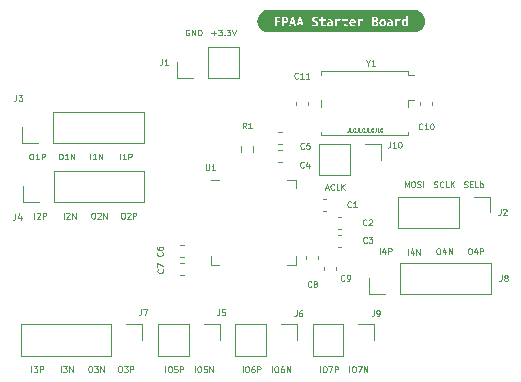
<source format=gbr>
%TF.GenerationSoftware,KiCad,Pcbnew,(6.0.0)*%
%TF.CreationDate,2022-03-17T17:23:03-06:00*%
%TF.ProjectId,FPAA_Starter_Board,46504141-5f53-4746-9172-7465725f426f,rev?*%
%TF.SameCoordinates,Original*%
%TF.FileFunction,Legend,Top*%
%TF.FilePolarity,Positive*%
%FSLAX46Y46*%
G04 Gerber Fmt 4.6, Leading zero omitted, Abs format (unit mm)*
G04 Created by KiCad (PCBNEW (6.0.0)) date 2022-03-17 17:23:03*
%MOMM*%
%LPD*%
G01*
G04 APERTURE LIST*
%ADD10C,0.100000*%
%ADD11C,0.075000*%
%ADD12C,0.120000*%
G04 APERTURE END LIST*
D10*
X129153571Y-105158333D02*
X129391666Y-105158333D01*
X129105952Y-105301190D02*
X129272619Y-104801190D01*
X129439285Y-105301190D01*
X129891666Y-105253571D02*
X129867857Y-105277380D01*
X129796428Y-105301190D01*
X129748809Y-105301190D01*
X129677380Y-105277380D01*
X129629761Y-105229761D01*
X129605952Y-105182142D01*
X129582142Y-105086904D01*
X129582142Y-105015476D01*
X129605952Y-104920238D01*
X129629761Y-104872619D01*
X129677380Y-104825000D01*
X129748809Y-104801190D01*
X129796428Y-104801190D01*
X129867857Y-104825000D01*
X129891666Y-104848809D01*
X130344047Y-105301190D02*
X130105952Y-105301190D01*
X130105952Y-104801190D01*
X130510714Y-105301190D02*
X130510714Y-104801190D01*
X130796428Y-105301190D02*
X130582142Y-105015476D01*
X130796428Y-104801190D02*
X130510714Y-105086904D01*
X141339285Y-110251190D02*
X141434523Y-110251190D01*
X141482142Y-110275000D01*
X141529761Y-110322619D01*
X141553571Y-110417857D01*
X141553571Y-110584523D01*
X141529761Y-110679761D01*
X141482142Y-110727380D01*
X141434523Y-110751190D01*
X141339285Y-110751190D01*
X141291666Y-110727380D01*
X141244047Y-110679761D01*
X141220238Y-110584523D01*
X141220238Y-110417857D01*
X141244047Y-110322619D01*
X141291666Y-110275000D01*
X141339285Y-110251190D01*
X141982142Y-110417857D02*
X141982142Y-110751190D01*
X141863095Y-110227380D02*
X141744047Y-110584523D01*
X142053571Y-110584523D01*
X142244047Y-110751190D02*
X142244047Y-110251190D01*
X142434523Y-110251190D01*
X142482142Y-110275000D01*
X142505952Y-110298809D01*
X142529761Y-110346428D01*
X142529761Y-110417857D01*
X142505952Y-110465476D01*
X142482142Y-110489285D01*
X142434523Y-110513095D01*
X142244047Y-110513095D01*
X111714285Y-120226190D02*
X111809523Y-120226190D01*
X111857142Y-120250000D01*
X111904761Y-120297619D01*
X111928571Y-120392857D01*
X111928571Y-120559523D01*
X111904761Y-120654761D01*
X111857142Y-120702380D01*
X111809523Y-120726190D01*
X111714285Y-120726190D01*
X111666666Y-120702380D01*
X111619047Y-120654761D01*
X111595238Y-120559523D01*
X111595238Y-120392857D01*
X111619047Y-120297619D01*
X111666666Y-120250000D01*
X111714285Y-120226190D01*
X112095238Y-120226190D02*
X112404761Y-120226190D01*
X112238095Y-120416666D01*
X112309523Y-120416666D01*
X112357142Y-120440476D01*
X112380952Y-120464285D01*
X112404761Y-120511904D01*
X112404761Y-120630952D01*
X112380952Y-120678571D01*
X112357142Y-120702380D01*
X112309523Y-120726190D01*
X112166666Y-120726190D01*
X112119047Y-120702380D01*
X112095238Y-120678571D01*
X112619047Y-120726190D02*
X112619047Y-120226190D01*
X112809523Y-120226190D01*
X112857142Y-120250000D01*
X112880952Y-120273809D01*
X112904761Y-120321428D01*
X112904761Y-120392857D01*
X112880952Y-120440476D01*
X112857142Y-120464285D01*
X112809523Y-120488095D01*
X112619047Y-120488095D01*
X131188095Y-120736190D02*
X131188095Y-120236190D01*
X131521428Y-120236190D02*
X131616666Y-120236190D01*
X131664285Y-120260000D01*
X131711904Y-120307619D01*
X131735714Y-120402857D01*
X131735714Y-120569523D01*
X131711904Y-120664761D01*
X131664285Y-120712380D01*
X131616666Y-120736190D01*
X131521428Y-120736190D01*
X131473809Y-120712380D01*
X131426190Y-120664761D01*
X131402380Y-120569523D01*
X131402380Y-120402857D01*
X131426190Y-120307619D01*
X131473809Y-120260000D01*
X131521428Y-120236190D01*
X131902380Y-120236190D02*
X132235714Y-120236190D01*
X132021428Y-120736190D01*
X132426190Y-120736190D02*
X132426190Y-120236190D01*
X132711904Y-120736190D01*
X132711904Y-120236190D01*
X128700000Y-120736190D02*
X128700000Y-120236190D01*
X129033333Y-120236190D02*
X129128571Y-120236190D01*
X129176190Y-120260000D01*
X129223809Y-120307619D01*
X129247619Y-120402857D01*
X129247619Y-120569523D01*
X129223809Y-120664761D01*
X129176190Y-120712380D01*
X129128571Y-120736190D01*
X129033333Y-120736190D01*
X128985714Y-120712380D01*
X128938095Y-120664761D01*
X128914285Y-120569523D01*
X128914285Y-120402857D01*
X128938095Y-120307619D01*
X128985714Y-120260000D01*
X129033333Y-120236190D01*
X129414285Y-120236190D02*
X129747619Y-120236190D01*
X129533333Y-120736190D01*
X129938095Y-120736190D02*
X129938095Y-120236190D01*
X130128571Y-120236190D01*
X130176190Y-120260000D01*
X130200000Y-120283809D01*
X130223809Y-120331428D01*
X130223809Y-120402857D01*
X130200000Y-120450476D01*
X130176190Y-120474285D01*
X130128571Y-120498095D01*
X129938095Y-120498095D01*
X109452380Y-107226190D02*
X109547619Y-107226190D01*
X109595238Y-107250000D01*
X109642857Y-107297619D01*
X109666666Y-107392857D01*
X109666666Y-107559523D01*
X109642857Y-107654761D01*
X109595238Y-107702380D01*
X109547619Y-107726190D01*
X109452380Y-107726190D01*
X109404761Y-107702380D01*
X109357142Y-107654761D01*
X109333333Y-107559523D01*
X109333333Y-107392857D01*
X109357142Y-107297619D01*
X109404761Y-107250000D01*
X109452380Y-107226190D01*
X109857142Y-107273809D02*
X109880952Y-107250000D01*
X109928571Y-107226190D01*
X110047619Y-107226190D01*
X110095238Y-107250000D01*
X110119047Y-107273809D01*
X110142857Y-107321428D01*
X110142857Y-107369047D01*
X110119047Y-107440476D01*
X109833333Y-107726190D01*
X110142857Y-107726190D01*
X110357142Y-107726190D02*
X110357142Y-107226190D01*
X110642857Y-107726190D01*
X110642857Y-107226190D01*
X136150000Y-110776190D02*
X136150000Y-110276190D01*
X136602380Y-110442857D02*
X136602380Y-110776190D01*
X136483333Y-110252380D02*
X136364285Y-110609523D01*
X136673809Y-110609523D01*
X136864285Y-110776190D02*
X136864285Y-110276190D01*
X137150000Y-110776190D01*
X137150000Y-110276190D01*
X109250000Y-102726190D02*
X109250000Y-102226190D01*
X109750000Y-102726190D02*
X109464285Y-102726190D01*
X109607142Y-102726190D02*
X109607142Y-102226190D01*
X109559523Y-102297619D01*
X109511904Y-102345238D01*
X109464285Y-102369047D01*
X109964285Y-102726190D02*
X109964285Y-102226190D01*
X110250000Y-102726190D01*
X110250000Y-102226190D01*
X138354761Y-105052380D02*
X138426190Y-105076190D01*
X138545238Y-105076190D01*
X138592857Y-105052380D01*
X138616666Y-105028571D01*
X138640476Y-104980952D01*
X138640476Y-104933333D01*
X138616666Y-104885714D01*
X138592857Y-104861904D01*
X138545238Y-104838095D01*
X138450000Y-104814285D01*
X138402380Y-104790476D01*
X138378571Y-104766666D01*
X138354761Y-104719047D01*
X138354761Y-104671428D01*
X138378571Y-104623809D01*
X138402380Y-104600000D01*
X138450000Y-104576190D01*
X138569047Y-104576190D01*
X138640476Y-104600000D01*
X139140476Y-105028571D02*
X139116666Y-105052380D01*
X139045238Y-105076190D01*
X138997619Y-105076190D01*
X138926190Y-105052380D01*
X138878571Y-105004761D01*
X138854761Y-104957142D01*
X138830952Y-104861904D01*
X138830952Y-104790476D01*
X138854761Y-104695238D01*
X138878571Y-104647619D01*
X138926190Y-104600000D01*
X138997619Y-104576190D01*
X139045238Y-104576190D01*
X139116666Y-104600000D01*
X139140476Y-104623809D01*
X139592857Y-105076190D02*
X139354761Y-105076190D01*
X139354761Y-104576190D01*
X139759523Y-105076190D02*
X139759523Y-104576190D01*
X140045238Y-105076190D02*
X139830952Y-104790476D01*
X140045238Y-104576190D02*
X139759523Y-104861904D01*
X138677380Y-110251190D02*
X138772619Y-110251190D01*
X138820238Y-110275000D01*
X138867857Y-110322619D01*
X138891666Y-110417857D01*
X138891666Y-110584523D01*
X138867857Y-110679761D01*
X138820238Y-110727380D01*
X138772619Y-110751190D01*
X138677380Y-110751190D01*
X138629761Y-110727380D01*
X138582142Y-110679761D01*
X138558333Y-110584523D01*
X138558333Y-110417857D01*
X138582142Y-110322619D01*
X138629761Y-110275000D01*
X138677380Y-110251190D01*
X139320238Y-110417857D02*
X139320238Y-110751190D01*
X139201190Y-110227380D02*
X139082142Y-110584523D01*
X139391666Y-110584523D01*
X139582142Y-110751190D02*
X139582142Y-110251190D01*
X139867857Y-110751190D01*
X139867857Y-110251190D01*
X107000000Y-107726190D02*
X107000000Y-107226190D01*
X107214285Y-107273809D02*
X107238095Y-107250000D01*
X107285714Y-107226190D01*
X107404761Y-107226190D01*
X107452380Y-107250000D01*
X107476190Y-107273809D01*
X107500000Y-107321428D01*
X107500000Y-107369047D01*
X107476190Y-107440476D01*
X107190476Y-107726190D01*
X107500000Y-107726190D01*
X107714285Y-107726190D02*
X107714285Y-107226190D01*
X108000000Y-107726190D01*
X108000000Y-107226190D01*
X135864285Y-105076190D02*
X135864285Y-104576190D01*
X136030952Y-104933333D01*
X136197619Y-104576190D01*
X136197619Y-105076190D01*
X136530952Y-104576190D02*
X136626190Y-104576190D01*
X136673809Y-104600000D01*
X136721428Y-104647619D01*
X136745238Y-104742857D01*
X136745238Y-104909523D01*
X136721428Y-105004761D01*
X136673809Y-105052380D01*
X136626190Y-105076190D01*
X136530952Y-105076190D01*
X136483333Y-105052380D01*
X136435714Y-105004761D01*
X136411904Y-104909523D01*
X136411904Y-104742857D01*
X136435714Y-104647619D01*
X136483333Y-104600000D01*
X136530952Y-104576190D01*
X136935714Y-105052380D02*
X137007142Y-105076190D01*
X137126190Y-105076190D01*
X137173809Y-105052380D01*
X137197619Y-105028571D01*
X137221428Y-104980952D01*
X137221428Y-104933333D01*
X137197619Y-104885714D01*
X137173809Y-104861904D01*
X137126190Y-104838095D01*
X137030952Y-104814285D01*
X136983333Y-104790476D01*
X136959523Y-104766666D01*
X136935714Y-104719047D01*
X136935714Y-104671428D01*
X136959523Y-104623809D01*
X136983333Y-104600000D01*
X137030952Y-104576190D01*
X137150000Y-104576190D01*
X137221428Y-104600000D01*
X137435714Y-105076190D02*
X137435714Y-104576190D01*
X104214285Y-102226190D02*
X104309523Y-102226190D01*
X104357142Y-102250000D01*
X104404761Y-102297619D01*
X104428571Y-102392857D01*
X104428571Y-102559523D01*
X104404761Y-102654761D01*
X104357142Y-102702380D01*
X104309523Y-102726190D01*
X104214285Y-102726190D01*
X104166666Y-102702380D01*
X104119047Y-102654761D01*
X104095238Y-102559523D01*
X104095238Y-102392857D01*
X104119047Y-102297619D01*
X104166666Y-102250000D01*
X104214285Y-102226190D01*
X104904761Y-102726190D02*
X104619047Y-102726190D01*
X104761904Y-102726190D02*
X104761904Y-102226190D01*
X104714285Y-102297619D01*
X104666666Y-102345238D01*
X104619047Y-102369047D01*
X105119047Y-102726190D02*
X105119047Y-102226190D01*
X105309523Y-102226190D01*
X105357142Y-102250000D01*
X105380952Y-102273809D01*
X105404761Y-102321428D01*
X105404761Y-102392857D01*
X105380952Y-102440476D01*
X105357142Y-102464285D01*
X105309523Y-102488095D01*
X105119047Y-102488095D01*
X115610000Y-120736190D02*
X115610000Y-120236190D01*
X115943333Y-120236190D02*
X116038571Y-120236190D01*
X116086190Y-120260000D01*
X116133809Y-120307619D01*
X116157619Y-120402857D01*
X116157619Y-120569523D01*
X116133809Y-120664761D01*
X116086190Y-120712380D01*
X116038571Y-120736190D01*
X115943333Y-120736190D01*
X115895714Y-120712380D01*
X115848095Y-120664761D01*
X115824285Y-120569523D01*
X115824285Y-120402857D01*
X115848095Y-120307619D01*
X115895714Y-120260000D01*
X115943333Y-120236190D01*
X116610000Y-120236190D02*
X116371904Y-120236190D01*
X116348095Y-120474285D01*
X116371904Y-120450476D01*
X116419523Y-120426666D01*
X116538571Y-120426666D01*
X116586190Y-120450476D01*
X116610000Y-120474285D01*
X116633809Y-120521904D01*
X116633809Y-120640952D01*
X116610000Y-120688571D01*
X116586190Y-120712380D01*
X116538571Y-120736190D01*
X116419523Y-120736190D01*
X116371904Y-120712380D01*
X116348095Y-120688571D01*
X116848095Y-120736190D02*
X116848095Y-120236190D01*
X117038571Y-120236190D01*
X117086190Y-120260000D01*
X117110000Y-120283809D01*
X117133809Y-120331428D01*
X117133809Y-120402857D01*
X117110000Y-120450476D01*
X117086190Y-120474285D01*
X117038571Y-120498095D01*
X116848095Y-120498095D01*
X118098095Y-120736190D02*
X118098095Y-120236190D01*
X118431428Y-120236190D02*
X118526666Y-120236190D01*
X118574285Y-120260000D01*
X118621904Y-120307619D01*
X118645714Y-120402857D01*
X118645714Y-120569523D01*
X118621904Y-120664761D01*
X118574285Y-120712380D01*
X118526666Y-120736190D01*
X118431428Y-120736190D01*
X118383809Y-120712380D01*
X118336190Y-120664761D01*
X118312380Y-120569523D01*
X118312380Y-120402857D01*
X118336190Y-120307619D01*
X118383809Y-120260000D01*
X118431428Y-120236190D01*
X119098095Y-120236190D02*
X118860000Y-120236190D01*
X118836190Y-120474285D01*
X118860000Y-120450476D01*
X118907619Y-120426666D01*
X119026666Y-120426666D01*
X119074285Y-120450476D01*
X119098095Y-120474285D01*
X119121904Y-120521904D01*
X119121904Y-120640952D01*
X119098095Y-120688571D01*
X119074285Y-120712380D01*
X119026666Y-120736190D01*
X118907619Y-120736190D01*
X118860000Y-120712380D01*
X118836190Y-120688571D01*
X119336190Y-120736190D02*
X119336190Y-120236190D01*
X119621904Y-120736190D01*
X119621904Y-120236190D01*
X106750000Y-120726190D02*
X106750000Y-120226190D01*
X106940476Y-120226190D02*
X107250000Y-120226190D01*
X107083333Y-120416666D01*
X107154761Y-120416666D01*
X107202380Y-120440476D01*
X107226190Y-120464285D01*
X107250000Y-120511904D01*
X107250000Y-120630952D01*
X107226190Y-120678571D01*
X107202380Y-120702380D01*
X107154761Y-120726190D01*
X107011904Y-120726190D01*
X106964285Y-120702380D01*
X106940476Y-120678571D01*
X107464285Y-120726190D02*
X107464285Y-120226190D01*
X107750000Y-120726190D01*
X107750000Y-120226190D01*
X122140000Y-120746190D02*
X122140000Y-120246190D01*
X122473333Y-120246190D02*
X122568571Y-120246190D01*
X122616190Y-120270000D01*
X122663809Y-120317619D01*
X122687619Y-120412857D01*
X122687619Y-120579523D01*
X122663809Y-120674761D01*
X122616190Y-120722380D01*
X122568571Y-120746190D01*
X122473333Y-120746190D01*
X122425714Y-120722380D01*
X122378095Y-120674761D01*
X122354285Y-120579523D01*
X122354285Y-120412857D01*
X122378095Y-120317619D01*
X122425714Y-120270000D01*
X122473333Y-120246190D01*
X123116190Y-120246190D02*
X123020952Y-120246190D01*
X122973333Y-120270000D01*
X122949523Y-120293809D01*
X122901904Y-120365238D01*
X122878095Y-120460476D01*
X122878095Y-120650952D01*
X122901904Y-120698571D01*
X122925714Y-120722380D01*
X122973333Y-120746190D01*
X123068571Y-120746190D01*
X123116190Y-120722380D01*
X123140000Y-120698571D01*
X123163809Y-120650952D01*
X123163809Y-120531904D01*
X123140000Y-120484285D01*
X123116190Y-120460476D01*
X123068571Y-120436666D01*
X122973333Y-120436666D01*
X122925714Y-120460476D01*
X122901904Y-120484285D01*
X122878095Y-120531904D01*
X123378095Y-120746190D02*
X123378095Y-120246190D01*
X123568571Y-120246190D01*
X123616190Y-120270000D01*
X123640000Y-120293809D01*
X123663809Y-120341428D01*
X123663809Y-120412857D01*
X123640000Y-120460476D01*
X123616190Y-120484285D01*
X123568571Y-120508095D01*
X123378095Y-120508095D01*
X133761904Y-110751190D02*
X133761904Y-110251190D01*
X134214285Y-110417857D02*
X134214285Y-110751190D01*
X134095238Y-110227380D02*
X133976190Y-110584523D01*
X134285714Y-110584523D01*
X134476190Y-110751190D02*
X134476190Y-110251190D01*
X134666666Y-110251190D01*
X134714285Y-110275000D01*
X134738095Y-110298809D01*
X134761904Y-110346428D01*
X134761904Y-110417857D01*
X134738095Y-110465476D01*
X134714285Y-110489285D01*
X134666666Y-110513095D01*
X134476190Y-110513095D01*
X140902380Y-105052380D02*
X140973809Y-105076190D01*
X141092857Y-105076190D01*
X141140476Y-105052380D01*
X141164285Y-105028571D01*
X141188095Y-104980952D01*
X141188095Y-104933333D01*
X141164285Y-104885714D01*
X141140476Y-104861904D01*
X141092857Y-104838095D01*
X140997619Y-104814285D01*
X140950000Y-104790476D01*
X140926190Y-104766666D01*
X140902380Y-104719047D01*
X140902380Y-104671428D01*
X140926190Y-104623809D01*
X140950000Y-104600000D01*
X140997619Y-104576190D01*
X141116666Y-104576190D01*
X141188095Y-104600000D01*
X141402380Y-104814285D02*
X141569047Y-104814285D01*
X141640476Y-105076190D02*
X141402380Y-105076190D01*
X141402380Y-104576190D01*
X141640476Y-104576190D01*
X142092857Y-105076190D02*
X141854761Y-105076190D01*
X141854761Y-104576190D01*
X142259523Y-105076190D02*
X142259523Y-104576190D01*
X142259523Y-104766666D02*
X142307142Y-104742857D01*
X142402380Y-104742857D01*
X142450000Y-104766666D01*
X142473809Y-104790476D01*
X142497619Y-104838095D01*
X142497619Y-104980952D01*
X142473809Y-105028571D01*
X142450000Y-105052380D01*
X142402380Y-105076190D01*
X142307142Y-105076190D01*
X142259523Y-105052380D01*
X104511904Y-107726190D02*
X104511904Y-107226190D01*
X104726190Y-107273809D02*
X104750000Y-107250000D01*
X104797619Y-107226190D01*
X104916666Y-107226190D01*
X104964285Y-107250000D01*
X104988095Y-107273809D01*
X105011904Y-107321428D01*
X105011904Y-107369047D01*
X104988095Y-107440476D01*
X104702380Y-107726190D01*
X105011904Y-107726190D01*
X105226190Y-107726190D02*
X105226190Y-107226190D01*
X105416666Y-107226190D01*
X105464285Y-107250000D01*
X105488095Y-107273809D01*
X105511904Y-107321428D01*
X105511904Y-107392857D01*
X105488095Y-107440476D01*
X105464285Y-107464285D01*
X105416666Y-107488095D01*
X105226190Y-107488095D01*
X119500000Y-92035714D02*
X119880952Y-92035714D01*
X119690476Y-92226190D02*
X119690476Y-91845238D01*
X120071428Y-91726190D02*
X120380952Y-91726190D01*
X120214285Y-91916666D01*
X120285714Y-91916666D01*
X120333333Y-91940476D01*
X120357142Y-91964285D01*
X120380952Y-92011904D01*
X120380952Y-92130952D01*
X120357142Y-92178571D01*
X120333333Y-92202380D01*
X120285714Y-92226190D01*
X120142857Y-92226190D01*
X120095238Y-92202380D01*
X120071428Y-92178571D01*
X120595238Y-92178571D02*
X120619047Y-92202380D01*
X120595238Y-92226190D01*
X120571428Y-92202380D01*
X120595238Y-92178571D01*
X120595238Y-92226190D01*
X120785714Y-91726190D02*
X121095238Y-91726190D01*
X120928571Y-91916666D01*
X121000000Y-91916666D01*
X121047619Y-91940476D01*
X121071428Y-91964285D01*
X121095238Y-92011904D01*
X121095238Y-92130952D01*
X121071428Y-92178571D01*
X121047619Y-92202380D01*
X121000000Y-92226190D01*
X120857142Y-92226190D01*
X120809523Y-92202380D01*
X120785714Y-92178571D01*
X121238095Y-91726190D02*
X121404761Y-92226190D01*
X121571428Y-91726190D01*
X124628095Y-120746190D02*
X124628095Y-120246190D01*
X124961428Y-120246190D02*
X125056666Y-120246190D01*
X125104285Y-120270000D01*
X125151904Y-120317619D01*
X125175714Y-120412857D01*
X125175714Y-120579523D01*
X125151904Y-120674761D01*
X125104285Y-120722380D01*
X125056666Y-120746190D01*
X124961428Y-120746190D01*
X124913809Y-120722380D01*
X124866190Y-120674761D01*
X124842380Y-120579523D01*
X124842380Y-120412857D01*
X124866190Y-120317619D01*
X124913809Y-120270000D01*
X124961428Y-120246190D01*
X125604285Y-120246190D02*
X125509047Y-120246190D01*
X125461428Y-120270000D01*
X125437619Y-120293809D01*
X125390000Y-120365238D01*
X125366190Y-120460476D01*
X125366190Y-120650952D01*
X125390000Y-120698571D01*
X125413809Y-120722380D01*
X125461428Y-120746190D01*
X125556666Y-120746190D01*
X125604285Y-120722380D01*
X125628095Y-120698571D01*
X125651904Y-120650952D01*
X125651904Y-120531904D01*
X125628095Y-120484285D01*
X125604285Y-120460476D01*
X125556666Y-120436666D01*
X125461428Y-120436666D01*
X125413809Y-120460476D01*
X125390000Y-120484285D01*
X125366190Y-120531904D01*
X125866190Y-120746190D02*
X125866190Y-120246190D01*
X126151904Y-120746190D01*
X126151904Y-120246190D01*
X117619047Y-91750000D02*
X117571428Y-91726190D01*
X117500000Y-91726190D01*
X117428571Y-91750000D01*
X117380952Y-91797619D01*
X117357142Y-91845238D01*
X117333333Y-91940476D01*
X117333333Y-92011904D01*
X117357142Y-92107142D01*
X117380952Y-92154761D01*
X117428571Y-92202380D01*
X117500000Y-92226190D01*
X117547619Y-92226190D01*
X117619047Y-92202380D01*
X117642857Y-92178571D01*
X117642857Y-92011904D01*
X117547619Y-92011904D01*
X117857142Y-92226190D02*
X117857142Y-91726190D01*
X118142857Y-92226190D01*
X118142857Y-91726190D01*
X118380952Y-92226190D02*
X118380952Y-91726190D01*
X118500000Y-91726190D01*
X118571428Y-91750000D01*
X118619047Y-91797619D01*
X118642857Y-91845238D01*
X118666666Y-91940476D01*
X118666666Y-92011904D01*
X118642857Y-92107142D01*
X118619047Y-92154761D01*
X118571428Y-92202380D01*
X118500000Y-92226190D01*
X118380952Y-92226190D01*
D11*
X131114285Y-100085714D02*
X131114285Y-100300000D01*
X131100000Y-100342857D01*
X131071428Y-100371428D01*
X131028571Y-100385714D01*
X131000000Y-100385714D01*
X131400000Y-100385714D02*
X131257142Y-100385714D01*
X131257142Y-100085714D01*
X131671428Y-100357142D02*
X131657142Y-100371428D01*
X131614285Y-100385714D01*
X131585714Y-100385714D01*
X131542857Y-100371428D01*
X131514285Y-100342857D01*
X131500000Y-100314285D01*
X131485714Y-100257142D01*
X131485714Y-100214285D01*
X131500000Y-100157142D01*
X131514285Y-100128571D01*
X131542857Y-100100000D01*
X131585714Y-100085714D01*
X131614285Y-100085714D01*
X131657142Y-100100000D01*
X131671428Y-100114285D01*
X131885714Y-100085714D02*
X131885714Y-100300000D01*
X131871428Y-100342857D01*
X131842857Y-100371428D01*
X131800000Y-100385714D01*
X131771428Y-100385714D01*
X132171428Y-100385714D02*
X132028571Y-100385714D01*
X132028571Y-100085714D01*
X132442857Y-100357142D02*
X132428571Y-100371428D01*
X132385714Y-100385714D01*
X132357142Y-100385714D01*
X132314285Y-100371428D01*
X132285714Y-100342857D01*
X132271428Y-100314285D01*
X132257142Y-100257142D01*
X132257142Y-100214285D01*
X132271428Y-100157142D01*
X132285714Y-100128571D01*
X132314285Y-100100000D01*
X132357142Y-100085714D01*
X132385714Y-100085714D01*
X132428571Y-100100000D01*
X132442857Y-100114285D01*
X132657142Y-100085714D02*
X132657142Y-100300000D01*
X132642857Y-100342857D01*
X132614285Y-100371428D01*
X132571428Y-100385714D01*
X132542857Y-100385714D01*
X132942857Y-100385714D02*
X132800000Y-100385714D01*
X132800000Y-100085714D01*
X133214285Y-100357142D02*
X133200000Y-100371428D01*
X133157142Y-100385714D01*
X133128571Y-100385714D01*
X133085714Y-100371428D01*
X133057142Y-100342857D01*
X133042857Y-100314285D01*
X133028571Y-100257142D01*
X133028571Y-100214285D01*
X133042857Y-100157142D01*
X133057142Y-100128571D01*
X133085714Y-100100000D01*
X133128571Y-100085714D01*
X133157142Y-100085714D01*
X133200000Y-100100000D01*
X133214285Y-100114285D01*
X133428571Y-100085714D02*
X133428571Y-100300000D01*
X133414285Y-100342857D01*
X133385714Y-100371428D01*
X133342857Y-100385714D01*
X133314285Y-100385714D01*
X133714285Y-100385714D02*
X133571428Y-100385714D01*
X133571428Y-100085714D01*
X133985714Y-100357142D02*
X133971428Y-100371428D01*
X133928571Y-100385714D01*
X133900000Y-100385714D01*
X133857142Y-100371428D01*
X133828571Y-100342857D01*
X133814285Y-100314285D01*
X133800000Y-100257142D01*
X133800000Y-100214285D01*
X133814285Y-100157142D01*
X133828571Y-100128571D01*
X133857142Y-100100000D01*
X133900000Y-100085714D01*
X133928571Y-100085714D01*
X133971428Y-100100000D01*
X133985714Y-100114285D01*
D10*
X111964285Y-107226190D02*
X112059523Y-107226190D01*
X112107142Y-107250000D01*
X112154761Y-107297619D01*
X112178571Y-107392857D01*
X112178571Y-107559523D01*
X112154761Y-107654761D01*
X112107142Y-107702380D01*
X112059523Y-107726190D01*
X111964285Y-107726190D01*
X111916666Y-107702380D01*
X111869047Y-107654761D01*
X111845238Y-107559523D01*
X111845238Y-107392857D01*
X111869047Y-107297619D01*
X111916666Y-107250000D01*
X111964285Y-107226190D01*
X112369047Y-107273809D02*
X112392857Y-107250000D01*
X112440476Y-107226190D01*
X112559523Y-107226190D01*
X112607142Y-107250000D01*
X112630952Y-107273809D01*
X112654761Y-107321428D01*
X112654761Y-107369047D01*
X112630952Y-107440476D01*
X112345238Y-107726190D01*
X112654761Y-107726190D01*
X112869047Y-107726190D02*
X112869047Y-107226190D01*
X113059523Y-107226190D01*
X113107142Y-107250000D01*
X113130952Y-107273809D01*
X113154761Y-107321428D01*
X113154761Y-107392857D01*
X113130952Y-107440476D01*
X113107142Y-107464285D01*
X113059523Y-107488095D01*
X112869047Y-107488095D01*
X104261904Y-120726190D02*
X104261904Y-120226190D01*
X104452380Y-120226190D02*
X104761904Y-120226190D01*
X104595238Y-120416666D01*
X104666666Y-120416666D01*
X104714285Y-120440476D01*
X104738095Y-120464285D01*
X104761904Y-120511904D01*
X104761904Y-120630952D01*
X104738095Y-120678571D01*
X104714285Y-120702380D01*
X104666666Y-120726190D01*
X104523809Y-120726190D01*
X104476190Y-120702380D01*
X104452380Y-120678571D01*
X104976190Y-120726190D02*
X104976190Y-120226190D01*
X105166666Y-120226190D01*
X105214285Y-120250000D01*
X105238095Y-120273809D01*
X105261904Y-120321428D01*
X105261904Y-120392857D01*
X105238095Y-120440476D01*
X105214285Y-120464285D01*
X105166666Y-120488095D01*
X104976190Y-120488095D01*
X111761904Y-102726190D02*
X111761904Y-102226190D01*
X112261904Y-102726190D02*
X111976190Y-102726190D01*
X112119047Y-102726190D02*
X112119047Y-102226190D01*
X112071428Y-102297619D01*
X112023809Y-102345238D01*
X111976190Y-102369047D01*
X112476190Y-102726190D02*
X112476190Y-102226190D01*
X112666666Y-102226190D01*
X112714285Y-102250000D01*
X112738095Y-102273809D01*
X112761904Y-102321428D01*
X112761904Y-102392857D01*
X112738095Y-102440476D01*
X112714285Y-102464285D01*
X112666666Y-102488095D01*
X112476190Y-102488095D01*
X109202380Y-120226190D02*
X109297619Y-120226190D01*
X109345238Y-120250000D01*
X109392857Y-120297619D01*
X109416666Y-120392857D01*
X109416666Y-120559523D01*
X109392857Y-120654761D01*
X109345238Y-120702380D01*
X109297619Y-120726190D01*
X109202380Y-120726190D01*
X109154761Y-120702380D01*
X109107142Y-120654761D01*
X109083333Y-120559523D01*
X109083333Y-120392857D01*
X109107142Y-120297619D01*
X109154761Y-120250000D01*
X109202380Y-120226190D01*
X109583333Y-120226190D02*
X109892857Y-120226190D01*
X109726190Y-120416666D01*
X109797619Y-120416666D01*
X109845238Y-120440476D01*
X109869047Y-120464285D01*
X109892857Y-120511904D01*
X109892857Y-120630952D01*
X109869047Y-120678571D01*
X109845238Y-120702380D01*
X109797619Y-120726190D01*
X109654761Y-120726190D01*
X109607142Y-120702380D01*
X109583333Y-120678571D01*
X110107142Y-120726190D02*
X110107142Y-120226190D01*
X110392857Y-120726190D01*
X110392857Y-120226190D01*
X106702380Y-102226190D02*
X106797619Y-102226190D01*
X106845238Y-102250000D01*
X106892857Y-102297619D01*
X106916666Y-102392857D01*
X106916666Y-102559523D01*
X106892857Y-102654761D01*
X106845238Y-102702380D01*
X106797619Y-102726190D01*
X106702380Y-102726190D01*
X106654761Y-102702380D01*
X106607142Y-102654761D01*
X106583333Y-102559523D01*
X106583333Y-102392857D01*
X106607142Y-102297619D01*
X106654761Y-102250000D01*
X106702380Y-102226190D01*
X107392857Y-102726190D02*
X107107142Y-102726190D01*
X107250000Y-102726190D02*
X107250000Y-102226190D01*
X107202380Y-102297619D01*
X107154761Y-102345238D01*
X107107142Y-102369047D01*
X107607142Y-102726190D02*
X107607142Y-102226190D01*
X107892857Y-102726190D01*
X107892857Y-102226190D01*
D12*
%TO.C,C1*%
X131316666Y-106713571D02*
X131292857Y-106737380D01*
X131221428Y-106761190D01*
X131173809Y-106761190D01*
X131102380Y-106737380D01*
X131054761Y-106689761D01*
X131030952Y-106642142D01*
X131007142Y-106546904D01*
X131007142Y-106475476D01*
X131030952Y-106380238D01*
X131054761Y-106332619D01*
X131102380Y-106285000D01*
X131173809Y-106261190D01*
X131221428Y-106261190D01*
X131292857Y-106285000D01*
X131316666Y-106308809D01*
X131792857Y-106761190D02*
X131507142Y-106761190D01*
X131650000Y-106761190D02*
X131650000Y-106261190D01*
X131602380Y-106332619D01*
X131554761Y-106380238D01*
X131507142Y-106404047D01*
D10*
%TO.C,J10*%
X134620238Y-101226190D02*
X134620238Y-101583333D01*
X134596428Y-101654761D01*
X134548809Y-101702380D01*
X134477380Y-101726190D01*
X134429761Y-101726190D01*
X135120238Y-101726190D02*
X134834523Y-101726190D01*
X134977380Y-101726190D02*
X134977380Y-101226190D01*
X134929761Y-101297619D01*
X134882142Y-101345238D01*
X134834523Y-101369047D01*
X135429761Y-101226190D02*
X135477380Y-101226190D01*
X135525000Y-101250000D01*
X135548809Y-101273809D01*
X135572619Y-101321428D01*
X135596428Y-101416666D01*
X135596428Y-101535714D01*
X135572619Y-101630952D01*
X135548809Y-101678571D01*
X135525000Y-101702380D01*
X135477380Y-101726190D01*
X135429761Y-101726190D01*
X135382142Y-101702380D01*
X135358333Y-101678571D01*
X135334523Y-101630952D01*
X135310714Y-101535714D01*
X135310714Y-101416666D01*
X135334523Y-101321428D01*
X135358333Y-101273809D01*
X135382142Y-101250000D01*
X135429761Y-101226190D01*
D12*
%TO.C,C8*%
X127966666Y-113478571D02*
X127942857Y-113502380D01*
X127871428Y-113526190D01*
X127823809Y-113526190D01*
X127752380Y-113502380D01*
X127704761Y-113454761D01*
X127680952Y-113407142D01*
X127657142Y-113311904D01*
X127657142Y-113240476D01*
X127680952Y-113145238D01*
X127704761Y-113097619D01*
X127752380Y-113050000D01*
X127823809Y-113026190D01*
X127871428Y-113026190D01*
X127942857Y-113050000D01*
X127966666Y-113073809D01*
X128252380Y-113240476D02*
X128204761Y-113216666D01*
X128180952Y-113192857D01*
X128157142Y-113145238D01*
X128157142Y-113121428D01*
X128180952Y-113073809D01*
X128204761Y-113050000D01*
X128252380Y-113026190D01*
X128347619Y-113026190D01*
X128395238Y-113050000D01*
X128419047Y-113073809D01*
X128442857Y-113121428D01*
X128442857Y-113145238D01*
X128419047Y-113192857D01*
X128395238Y-113216666D01*
X128347619Y-113240476D01*
X128252380Y-113240476D01*
X128204761Y-113264285D01*
X128180952Y-113288095D01*
X128157142Y-113335714D01*
X128157142Y-113430952D01*
X128180952Y-113478571D01*
X128204761Y-113502380D01*
X128252380Y-113526190D01*
X128347619Y-113526190D01*
X128395238Y-113502380D01*
X128419047Y-113478571D01*
X128442857Y-113430952D01*
X128442857Y-113335714D01*
X128419047Y-113288095D01*
X128395238Y-113264285D01*
X128347619Y-113240476D01*
%TO.C,J4*%
X102903333Y-107316190D02*
X102903333Y-107673333D01*
X102879523Y-107744761D01*
X102831904Y-107792380D01*
X102760476Y-107816190D01*
X102712857Y-107816190D01*
X103355714Y-107482857D02*
X103355714Y-107816190D01*
X103236666Y-107292380D02*
X103117619Y-107649523D01*
X103427142Y-107649523D01*
%TO.C,J5*%
X120143333Y-115426190D02*
X120143333Y-115783333D01*
X120119523Y-115854761D01*
X120071904Y-115902380D01*
X120000476Y-115926190D01*
X119952857Y-115926190D01*
X120619523Y-115426190D02*
X120381428Y-115426190D01*
X120357619Y-115664285D01*
X120381428Y-115640476D01*
X120429047Y-115616666D01*
X120548095Y-115616666D01*
X120595714Y-115640476D01*
X120619523Y-115664285D01*
X120643333Y-115711904D01*
X120643333Y-115830952D01*
X120619523Y-115878571D01*
X120595714Y-115902380D01*
X120548095Y-115926190D01*
X120429047Y-115926190D01*
X120381428Y-115902380D01*
X120357619Y-115878571D01*
%TO.C,J1*%
X115333333Y-94226190D02*
X115333333Y-94583333D01*
X115309523Y-94654761D01*
X115261904Y-94702380D01*
X115190476Y-94726190D01*
X115142857Y-94726190D01*
X115833333Y-94726190D02*
X115547619Y-94726190D01*
X115690476Y-94726190D02*
X115690476Y-94226190D01*
X115642857Y-94297619D01*
X115595238Y-94345238D01*
X115547619Y-94369047D01*
%TO.C,C3*%
X132656666Y-109738571D02*
X132632857Y-109762380D01*
X132561428Y-109786190D01*
X132513809Y-109786190D01*
X132442380Y-109762380D01*
X132394761Y-109714761D01*
X132370952Y-109667142D01*
X132347142Y-109571904D01*
X132347142Y-109500476D01*
X132370952Y-109405238D01*
X132394761Y-109357619D01*
X132442380Y-109310000D01*
X132513809Y-109286190D01*
X132561428Y-109286190D01*
X132632857Y-109310000D01*
X132656666Y-109333809D01*
X132823333Y-109286190D02*
X133132857Y-109286190D01*
X132966190Y-109476666D01*
X133037619Y-109476666D01*
X133085238Y-109500476D01*
X133109047Y-109524285D01*
X133132857Y-109571904D01*
X133132857Y-109690952D01*
X133109047Y-109738571D01*
X133085238Y-109762380D01*
X133037619Y-109786190D01*
X132894761Y-109786190D01*
X132847142Y-109762380D01*
X132823333Y-109738571D01*
%TO.C,J9*%
X133253333Y-115486190D02*
X133253333Y-115843333D01*
X133229523Y-115914761D01*
X133181904Y-115962380D01*
X133110476Y-115986190D01*
X133062857Y-115986190D01*
X133515238Y-115986190D02*
X133610476Y-115986190D01*
X133658095Y-115962380D01*
X133681904Y-115938571D01*
X133729523Y-115867142D01*
X133753333Y-115771904D01*
X133753333Y-115581428D01*
X133729523Y-115533809D01*
X133705714Y-115510000D01*
X133658095Y-115486190D01*
X133562857Y-115486190D01*
X133515238Y-115510000D01*
X133491428Y-115533809D01*
X133467619Y-115581428D01*
X133467619Y-115700476D01*
X133491428Y-115748095D01*
X133515238Y-115771904D01*
X133562857Y-115795714D01*
X133658095Y-115795714D01*
X133705714Y-115771904D01*
X133729523Y-115748095D01*
X133753333Y-115700476D01*
%TO.C,J7*%
X113533333Y-115416190D02*
X113533333Y-115773333D01*
X113509523Y-115844761D01*
X113461904Y-115892380D01*
X113390476Y-115916190D01*
X113342857Y-115916190D01*
X113723809Y-115416190D02*
X114057142Y-115416190D01*
X113842857Y-115916190D01*
%TO.C,J2*%
X143993333Y-106916190D02*
X143993333Y-107273333D01*
X143969523Y-107344761D01*
X143921904Y-107392380D01*
X143850476Y-107416190D01*
X143802857Y-107416190D01*
X144207619Y-106963809D02*
X144231428Y-106940000D01*
X144279047Y-106916190D01*
X144398095Y-106916190D01*
X144445714Y-106940000D01*
X144469523Y-106963809D01*
X144493333Y-107011428D01*
X144493333Y-107059047D01*
X144469523Y-107130476D01*
X144183809Y-107416190D01*
X144493333Y-107416190D01*
%TO.C,C9*%
X130766666Y-112953571D02*
X130742857Y-112977380D01*
X130671428Y-113001190D01*
X130623809Y-113001190D01*
X130552380Y-112977380D01*
X130504761Y-112929761D01*
X130480952Y-112882142D01*
X130457142Y-112786904D01*
X130457142Y-112715476D01*
X130480952Y-112620238D01*
X130504761Y-112572619D01*
X130552380Y-112525000D01*
X130623809Y-112501190D01*
X130671428Y-112501190D01*
X130742857Y-112525000D01*
X130766666Y-112548809D01*
X131004761Y-113001190D02*
X131100000Y-113001190D01*
X131147619Y-112977380D01*
X131171428Y-112953571D01*
X131219047Y-112882142D01*
X131242857Y-112786904D01*
X131242857Y-112596428D01*
X131219047Y-112548809D01*
X131195238Y-112525000D01*
X131147619Y-112501190D01*
X131052380Y-112501190D01*
X131004761Y-112525000D01*
X130980952Y-112548809D01*
X130957142Y-112596428D01*
X130957142Y-112715476D01*
X130980952Y-112763095D01*
X131004761Y-112786904D01*
X131052380Y-112810714D01*
X131147619Y-112810714D01*
X131195238Y-112786904D01*
X131219047Y-112763095D01*
X131242857Y-112715476D01*
%TO.C,C7*%
X115368571Y-112033333D02*
X115392380Y-112057142D01*
X115416190Y-112128571D01*
X115416190Y-112176190D01*
X115392380Y-112247619D01*
X115344761Y-112295238D01*
X115297142Y-112319047D01*
X115201904Y-112342857D01*
X115130476Y-112342857D01*
X115035238Y-112319047D01*
X114987619Y-112295238D01*
X114940000Y-112247619D01*
X114916190Y-112176190D01*
X114916190Y-112128571D01*
X114940000Y-112057142D01*
X114963809Y-112033333D01*
X114916190Y-111866666D02*
X114916190Y-111533333D01*
X115416190Y-111747619D01*
%TO.C,C4*%
X127316666Y-103378571D02*
X127292857Y-103402380D01*
X127221428Y-103426190D01*
X127173809Y-103426190D01*
X127102380Y-103402380D01*
X127054761Y-103354761D01*
X127030952Y-103307142D01*
X127007142Y-103211904D01*
X127007142Y-103140476D01*
X127030952Y-103045238D01*
X127054761Y-102997619D01*
X127102380Y-102950000D01*
X127173809Y-102926190D01*
X127221428Y-102926190D01*
X127292857Y-102950000D01*
X127316666Y-102973809D01*
X127745238Y-103092857D02*
X127745238Y-103426190D01*
X127626190Y-102902380D02*
X127507142Y-103259523D01*
X127816666Y-103259523D01*
%TO.C,C6*%
X115343571Y-110583333D02*
X115367380Y-110607142D01*
X115391190Y-110678571D01*
X115391190Y-110726190D01*
X115367380Y-110797619D01*
X115319761Y-110845238D01*
X115272142Y-110869047D01*
X115176904Y-110892857D01*
X115105476Y-110892857D01*
X115010238Y-110869047D01*
X114962619Y-110845238D01*
X114915000Y-110797619D01*
X114891190Y-110726190D01*
X114891190Y-110678571D01*
X114915000Y-110607142D01*
X114938809Y-110583333D01*
X114891190Y-110154761D02*
X114891190Y-110250000D01*
X114915000Y-110297619D01*
X114938809Y-110321428D01*
X115010238Y-110369047D01*
X115105476Y-110392857D01*
X115295952Y-110392857D01*
X115343571Y-110369047D01*
X115367380Y-110345238D01*
X115391190Y-110297619D01*
X115391190Y-110202380D01*
X115367380Y-110154761D01*
X115343571Y-110130952D01*
X115295952Y-110107142D01*
X115176904Y-110107142D01*
X115129285Y-110130952D01*
X115105476Y-110154761D01*
X115081666Y-110202380D01*
X115081666Y-110297619D01*
X115105476Y-110345238D01*
X115129285Y-110369047D01*
X115176904Y-110392857D01*
%TO.C,C5*%
X127341666Y-101778571D02*
X127317857Y-101802380D01*
X127246428Y-101826190D01*
X127198809Y-101826190D01*
X127127380Y-101802380D01*
X127079761Y-101754761D01*
X127055952Y-101707142D01*
X127032142Y-101611904D01*
X127032142Y-101540476D01*
X127055952Y-101445238D01*
X127079761Y-101397619D01*
X127127380Y-101350000D01*
X127198809Y-101326190D01*
X127246428Y-101326190D01*
X127317857Y-101350000D01*
X127341666Y-101373809D01*
X127794047Y-101326190D02*
X127555952Y-101326190D01*
X127532142Y-101564285D01*
X127555952Y-101540476D01*
X127603571Y-101516666D01*
X127722619Y-101516666D01*
X127770238Y-101540476D01*
X127794047Y-101564285D01*
X127817857Y-101611904D01*
X127817857Y-101730952D01*
X127794047Y-101778571D01*
X127770238Y-101802380D01*
X127722619Y-101826190D01*
X127603571Y-101826190D01*
X127555952Y-101802380D01*
X127532142Y-101778571D01*
%TO.C,C10*%
X137353571Y-100128571D02*
X137329761Y-100152380D01*
X137258333Y-100176190D01*
X137210714Y-100176190D01*
X137139285Y-100152380D01*
X137091666Y-100104761D01*
X137067857Y-100057142D01*
X137044047Y-99961904D01*
X137044047Y-99890476D01*
X137067857Y-99795238D01*
X137091666Y-99747619D01*
X137139285Y-99700000D01*
X137210714Y-99676190D01*
X137258333Y-99676190D01*
X137329761Y-99700000D01*
X137353571Y-99723809D01*
X137829761Y-100176190D02*
X137544047Y-100176190D01*
X137686904Y-100176190D02*
X137686904Y-99676190D01*
X137639285Y-99747619D01*
X137591666Y-99795238D01*
X137544047Y-99819047D01*
X138139285Y-99676190D02*
X138186904Y-99676190D01*
X138234523Y-99700000D01*
X138258333Y-99723809D01*
X138282142Y-99771428D01*
X138305952Y-99866666D01*
X138305952Y-99985714D01*
X138282142Y-100080952D01*
X138258333Y-100128571D01*
X138234523Y-100152380D01*
X138186904Y-100176190D01*
X138139285Y-100176190D01*
X138091666Y-100152380D01*
X138067857Y-100128571D01*
X138044047Y-100080952D01*
X138020238Y-99985714D01*
X138020238Y-99866666D01*
X138044047Y-99771428D01*
X138067857Y-99723809D01*
X138091666Y-99700000D01*
X138139285Y-99676190D01*
%TO.C,Y1*%
X132761904Y-94538095D02*
X132761904Y-94776190D01*
X132595238Y-94276190D02*
X132761904Y-94538095D01*
X132928571Y-94276190D01*
X133357142Y-94776190D02*
X133071428Y-94776190D01*
X133214285Y-94776190D02*
X133214285Y-94276190D01*
X133166666Y-94347619D01*
X133119047Y-94395238D01*
X133071428Y-94419047D01*
%TO.C,C2*%
X132631666Y-108238571D02*
X132607857Y-108262380D01*
X132536428Y-108286190D01*
X132488809Y-108286190D01*
X132417380Y-108262380D01*
X132369761Y-108214761D01*
X132345952Y-108167142D01*
X132322142Y-108071904D01*
X132322142Y-108000476D01*
X132345952Y-107905238D01*
X132369761Y-107857619D01*
X132417380Y-107810000D01*
X132488809Y-107786190D01*
X132536428Y-107786190D01*
X132607857Y-107810000D01*
X132631666Y-107833809D01*
X132822142Y-107833809D02*
X132845952Y-107810000D01*
X132893571Y-107786190D01*
X133012619Y-107786190D01*
X133060238Y-107810000D01*
X133084047Y-107833809D01*
X133107857Y-107881428D01*
X133107857Y-107929047D01*
X133084047Y-108000476D01*
X132798333Y-108286190D01*
X133107857Y-108286190D01*
D10*
%TO.C,R1*%
X122441666Y-100101190D02*
X122275000Y-99863095D01*
X122155952Y-100101190D02*
X122155952Y-99601190D01*
X122346428Y-99601190D01*
X122394047Y-99625000D01*
X122417857Y-99648809D01*
X122441666Y-99696428D01*
X122441666Y-99767857D01*
X122417857Y-99815476D01*
X122394047Y-99839285D01*
X122346428Y-99863095D01*
X122155952Y-99863095D01*
X122917857Y-100101190D02*
X122632142Y-100101190D01*
X122775000Y-100101190D02*
X122775000Y-99601190D01*
X122727380Y-99672619D01*
X122679761Y-99720238D01*
X122632142Y-99744047D01*
D12*
%TO.C,C11*%
X126828571Y-95828571D02*
X126804761Y-95852380D01*
X126733333Y-95876190D01*
X126685714Y-95876190D01*
X126614285Y-95852380D01*
X126566666Y-95804761D01*
X126542857Y-95757142D01*
X126519047Y-95661904D01*
X126519047Y-95590476D01*
X126542857Y-95495238D01*
X126566666Y-95447619D01*
X126614285Y-95400000D01*
X126685714Y-95376190D01*
X126733333Y-95376190D01*
X126804761Y-95400000D01*
X126828571Y-95423809D01*
X127304761Y-95876190D02*
X127019047Y-95876190D01*
X127161904Y-95876190D02*
X127161904Y-95376190D01*
X127114285Y-95447619D01*
X127066666Y-95495238D01*
X127019047Y-95519047D01*
X127780952Y-95876190D02*
X127495238Y-95876190D01*
X127638095Y-95876190D02*
X127638095Y-95376190D01*
X127590476Y-95447619D01*
X127542857Y-95495238D01*
X127495238Y-95519047D01*
%TO.C,J8*%
X144083333Y-112526190D02*
X144083333Y-112883333D01*
X144059523Y-112954761D01*
X144011904Y-113002380D01*
X143940476Y-113026190D01*
X143892857Y-113026190D01*
X144392857Y-112740476D02*
X144345238Y-112716666D01*
X144321428Y-112692857D01*
X144297619Y-112645238D01*
X144297619Y-112621428D01*
X144321428Y-112573809D01*
X144345238Y-112550000D01*
X144392857Y-112526190D01*
X144488095Y-112526190D01*
X144535714Y-112550000D01*
X144559523Y-112573809D01*
X144583333Y-112621428D01*
X144583333Y-112645238D01*
X144559523Y-112692857D01*
X144535714Y-112716666D01*
X144488095Y-112740476D01*
X144392857Y-112740476D01*
X144345238Y-112764285D01*
X144321428Y-112788095D01*
X144297619Y-112835714D01*
X144297619Y-112930952D01*
X144321428Y-112978571D01*
X144345238Y-113002380D01*
X144392857Y-113026190D01*
X144488095Y-113026190D01*
X144535714Y-113002380D01*
X144559523Y-112978571D01*
X144583333Y-112930952D01*
X144583333Y-112835714D01*
X144559523Y-112788095D01*
X144535714Y-112764285D01*
X144488095Y-112740476D01*
%TO.C,J6*%
X126713333Y-115496190D02*
X126713333Y-115853333D01*
X126689523Y-115924761D01*
X126641904Y-115972380D01*
X126570476Y-115996190D01*
X126522857Y-115996190D01*
X127165714Y-115496190D02*
X127070476Y-115496190D01*
X127022857Y-115520000D01*
X126999047Y-115543809D01*
X126951428Y-115615238D01*
X126927619Y-115710476D01*
X126927619Y-115900952D01*
X126951428Y-115948571D01*
X126975238Y-115972380D01*
X127022857Y-115996190D01*
X127118095Y-115996190D01*
X127165714Y-115972380D01*
X127189523Y-115948571D01*
X127213333Y-115900952D01*
X127213333Y-115781904D01*
X127189523Y-115734285D01*
X127165714Y-115710476D01*
X127118095Y-115686666D01*
X127022857Y-115686666D01*
X126975238Y-115710476D01*
X126951428Y-115734285D01*
X126927619Y-115781904D01*
%TO.C,U1*%
X119019047Y-103151190D02*
X119019047Y-103555952D01*
X119042857Y-103603571D01*
X119066666Y-103627380D01*
X119114285Y-103651190D01*
X119209523Y-103651190D01*
X119257142Y-103627380D01*
X119280952Y-103603571D01*
X119304761Y-103555952D01*
X119304761Y-103151190D01*
X119804761Y-103651190D02*
X119519047Y-103651190D01*
X119661904Y-103651190D02*
X119661904Y-103151190D01*
X119614285Y-103222619D01*
X119566666Y-103270238D01*
X119519047Y-103294047D01*
%TO.C,J3*%
X102983333Y-97276190D02*
X102983333Y-97633333D01*
X102959523Y-97704761D01*
X102911904Y-97752380D01*
X102840476Y-97776190D01*
X102792857Y-97776190D01*
X103173809Y-97276190D02*
X103483333Y-97276190D01*
X103316666Y-97466666D01*
X103388095Y-97466666D01*
X103435714Y-97490476D01*
X103459523Y-97514285D01*
X103483333Y-97561904D01*
X103483333Y-97680952D01*
X103459523Y-97728571D01*
X103435714Y-97752380D01*
X103388095Y-97776190D01*
X103245238Y-97776190D01*
X103197619Y-97752380D01*
X103173809Y-97728571D01*
%TO.C,C1*%
X128909420Y-106040000D02*
X129190580Y-106040000D01*
X128909420Y-107060000D02*
X129190580Y-107060000D01*
%TO.C,J10*%
X128630000Y-101420000D02*
X128630000Y-104080000D01*
X131230000Y-101420000D02*
X128630000Y-101420000D01*
X131230000Y-104080000D02*
X128630000Y-104080000D01*
X131230000Y-101420000D02*
X131230000Y-104080000D01*
X132500000Y-101420000D02*
X133830000Y-101420000D01*
X133830000Y-101420000D02*
X133830000Y-102750000D01*
%TO.C,C8*%
X127540000Y-110884420D02*
X127540000Y-111165580D01*
X128560000Y-110884420D02*
X128560000Y-111165580D01*
%TO.C,J4*%
X106150000Y-106330000D02*
X106150000Y-103670000D01*
X106150000Y-103670000D02*
X113830000Y-103670000D01*
X106150000Y-106330000D02*
X113830000Y-106330000D01*
X104880000Y-106330000D02*
X103550000Y-106330000D01*
X103550000Y-106330000D02*
X103550000Y-105000000D01*
X113830000Y-106330000D02*
X113830000Y-103670000D01*
%TO.C,J5*%
X117590000Y-116680000D02*
X114990000Y-116680000D01*
X117590000Y-119340000D02*
X114990000Y-119340000D01*
X117590000Y-116680000D02*
X117590000Y-119340000D01*
X118860000Y-116680000D02*
X120190000Y-116680000D01*
X120190000Y-116680000D02*
X120190000Y-118010000D01*
X114990000Y-116680000D02*
X114990000Y-119340000D01*
%TO.C,J1*%
X119230000Y-93170000D02*
X121830000Y-93170000D01*
X117960000Y-95830000D02*
X116630000Y-95830000D01*
X119230000Y-95830000D02*
X121830000Y-95830000D01*
X116630000Y-95830000D02*
X116630000Y-94500000D01*
X121830000Y-95830000D02*
X121830000Y-93170000D01*
X119230000Y-95830000D02*
X119230000Y-93170000D01*
%TO.C,C3*%
X130209420Y-109115000D02*
X130490580Y-109115000D01*
X130209420Y-110135000D02*
X130490580Y-110135000D01*
%TO.C,J9*%
X130680000Y-116680000D02*
X130680000Y-119340000D01*
X130680000Y-119340000D02*
X128080000Y-119340000D01*
X131950000Y-116680000D02*
X133280000Y-116680000D01*
X128080000Y-116680000D02*
X128080000Y-119340000D01*
X133280000Y-116680000D02*
X133280000Y-118010000D01*
X130680000Y-116680000D02*
X128080000Y-116680000D01*
%TO.C,J7*%
X103350000Y-116670000D02*
X103350000Y-119330000D01*
X113630000Y-116670000D02*
X113630000Y-118000000D01*
X111030000Y-119330000D02*
X103350000Y-119330000D01*
X111030000Y-116670000D02*
X111030000Y-119330000D01*
X112300000Y-116670000D02*
X113630000Y-116670000D01*
X111030000Y-116670000D02*
X103350000Y-116670000D01*
%TO.C,J2*%
X143080000Y-105870000D02*
X143080000Y-107200000D01*
X141750000Y-105870000D02*
X143080000Y-105870000D01*
X140480000Y-105870000D02*
X140480000Y-108530000D01*
X140480000Y-105870000D02*
X135340000Y-105870000D01*
X135340000Y-105870000D02*
X135340000Y-108530000D01*
X140480000Y-108530000D02*
X135340000Y-108530000D01*
%TO.C,C9*%
X130085000Y-111834420D02*
X130085000Y-112115580D01*
X129065000Y-111834420D02*
X129065000Y-112115580D01*
%TO.C,C7*%
X117165580Y-112520000D02*
X116884420Y-112520000D01*
X117165580Y-111500000D02*
X116884420Y-111500000D01*
%TO.C,C4*%
X125169420Y-102970000D02*
X125450580Y-102970000D01*
X125169420Y-101950000D02*
X125450580Y-101950000D01*
%TO.C,C6*%
X117165580Y-111020000D02*
X116884420Y-111020000D01*
X117165580Y-110000000D02*
X116884420Y-110000000D01*
%TO.C,C5*%
X125169420Y-100400000D02*
X125450580Y-100400000D01*
X125169420Y-101420000D02*
X125450580Y-101420000D01*
%TO.C,C10*%
X138210000Y-98115580D02*
X138210000Y-97834420D01*
X137190000Y-98115580D02*
X137190000Y-97834420D01*
%TO.C,Y1*%
X128750000Y-100675000D02*
X128750000Y-100375000D01*
X136150000Y-100675000D02*
X128750000Y-100675000D01*
X136150000Y-100375000D02*
X136150000Y-100675000D01*
X128750000Y-95275000D02*
X128750000Y-95575000D01*
X136650000Y-97675000D02*
X136150000Y-97675000D01*
X136150000Y-95575000D02*
X136150000Y-95275000D01*
X136650000Y-95575000D02*
X136150000Y-95575000D01*
X128750000Y-98275000D02*
X128750000Y-97675000D01*
X136150000Y-97675000D02*
X136150000Y-98275000D01*
X136150000Y-95275000D02*
X128750000Y-95275000D01*
%TO.C,C2*%
X130209420Y-108610000D02*
X130490580Y-108610000D01*
X130209420Y-107590000D02*
X130490580Y-107590000D01*
%TO.C,kibuzzard-623065F3*%
G36*
X134052984Y-90968409D02*
G01*
X134090290Y-91005080D01*
X134111721Y-91061754D01*
X134118865Y-91133985D01*
X134111086Y-91206375D01*
X134087750Y-91263525D01*
X134049174Y-91300673D01*
X133995675Y-91313055D01*
X133940906Y-91300673D01*
X133903600Y-91263525D01*
X133882169Y-91206375D01*
X133875025Y-91133985D01*
X133882804Y-91061754D01*
X133906140Y-91005080D01*
X133944716Y-90968409D01*
X133998215Y-90956185D01*
X134052984Y-90968409D01*
G37*
G36*
X135933695Y-90964440D02*
G01*
X135974335Y-90981585D01*
X135974335Y-91306705D01*
X135940045Y-91310515D01*
X135904485Y-91311785D01*
X135847494Y-91299085D01*
X135808600Y-91260985D01*
X135786216Y-91202883D01*
X135778755Y-91130175D01*
X135785105Y-91056198D01*
X135804155Y-91001905D01*
X135837175Y-90968567D01*
X135885435Y-90957455D01*
X135933695Y-90964440D01*
G37*
G36*
X126399170Y-90883160D02*
G01*
X126419490Y-90961900D01*
X126436635Y-91040005D01*
X126451875Y-91121285D01*
X126298205Y-91121285D01*
X126314080Y-91040005D01*
X126331860Y-90961900D01*
X126352180Y-90883160D01*
X126375675Y-90798705D01*
X126399170Y-90883160D01*
G37*
G36*
X125782744Y-90780449D02*
G01*
X125826400Y-90801880D01*
X125854499Y-90840456D01*
X125863865Y-90899035D01*
X125854340Y-90960789D01*
X125825765Y-91001270D01*
X125778458Y-91023654D01*
X125712735Y-91031115D01*
X125649235Y-91031115D01*
X125649235Y-90777115D01*
X125687970Y-90773940D01*
X125726705Y-90773305D01*
X125782744Y-90780449D01*
G37*
G36*
X123557304Y-91534223D02*
G01*
X123508791Y-91453283D01*
X123498931Y-91432435D01*
X124869455Y-91432435D01*
X125025665Y-91432435D01*
X125493025Y-91432435D01*
X125649235Y-91432435D01*
X126070875Y-91432435D01*
X126233435Y-91432435D01*
X126268995Y-91250825D01*
X126478545Y-91250825D01*
X126515375Y-91432435D01*
X126683015Y-91432435D01*
X126705875Y-91432435D01*
X126868435Y-91432435D01*
X126903995Y-91250825D01*
X127113545Y-91250825D01*
X127150375Y-91432435D01*
X127318015Y-91432435D01*
X127307863Y-91389255D01*
X128015245Y-91389255D01*
X128102875Y-91427990D01*
X128171138Y-91443706D01*
X128259085Y-91448945D01*
X128348197Y-91442242D01*
X128420798Y-91422134D01*
X128476890Y-91388620D01*
X128530706Y-91315754D01*
X128548645Y-91217805D01*
X128543248Y-91158591D01*
X128527055Y-91110490D01*
X128471810Y-91039370D01*
X128398150Y-90993650D01*
X128327587Y-90965075D01*
X128645165Y-90965075D01*
X128781055Y-90965075D01*
X128781055Y-91210185D01*
X128784865Y-91277971D01*
X128796295Y-91331470D01*
X128840745Y-91403225D01*
X128911865Y-91437515D01*
X129008385Y-91446405D01*
X129105540Y-91438785D01*
X129198885Y-91413385D01*
X129177295Y-91278765D01*
X129137290Y-91295275D01*
X129101730Y-91304800D01*
X129066170Y-91309245D01*
X129026165Y-91310515D01*
X128989335Y-91306705D01*
X128961395Y-91291465D01*
X128943615Y-91259715D01*
X128942405Y-91249555D01*
X129290325Y-91249555D01*
X129308105Y-91341630D01*
X129358905Y-91402590D01*
X129438280Y-91436245D01*
X129541785Y-91446405D01*
X129621478Y-91443865D01*
X129692915Y-91436245D01*
X129714686Y-91432435D01*
X129982475Y-91432435D01*
X130139955Y-91432435D01*
X130139955Y-90989205D01*
X130204725Y-90977140D01*
X130269495Y-90973965D01*
X130303785Y-90975235D01*
X130345695Y-90979680D01*
X130388240Y-90986665D01*
X130424435Y-90994285D01*
X130430072Y-90965075D01*
X130550165Y-90965075D01*
X130686055Y-90965075D01*
X130686055Y-91210185D01*
X130689865Y-91277971D01*
X130701295Y-91331470D01*
X130745745Y-91403225D01*
X130816865Y-91437515D01*
X130913385Y-91446405D01*
X131010540Y-91438785D01*
X131103885Y-91413385D01*
X131082295Y-91278765D01*
X131042290Y-91295275D01*
X131006730Y-91304800D01*
X130971170Y-91309245D01*
X130931165Y-91310515D01*
X130894335Y-91306705D01*
X130866395Y-91291465D01*
X130848615Y-91259715D01*
X130842265Y-91206375D01*
X130842265Y-91139065D01*
X131178815Y-91139065D01*
X131184530Y-91210503D01*
X131201675Y-91272415D01*
X131229456Y-91324961D01*
X131267080Y-91368300D01*
X131314070Y-91402273D01*
X131369950Y-91426720D01*
X131434244Y-91441484D01*
X131506475Y-91446405D01*
X131609345Y-91436880D01*
X131625683Y-91432435D01*
X131887475Y-91432435D01*
X132044955Y-91432435D01*
X132044955Y-91419735D01*
X133113025Y-91419735D01*
X133167953Y-91429736D01*
X133223515Y-91436880D01*
X133278443Y-91441166D01*
X133331465Y-91442595D01*
X133394171Y-91439579D01*
X133452750Y-91430530D01*
X133505455Y-91414338D01*
X133550540Y-91389890D01*
X133615945Y-91313690D01*
X133634043Y-91260191D01*
X133640075Y-91194945D01*
X133632931Y-91141605D01*
X133629181Y-91132715D01*
X133716275Y-91132715D01*
X133721355Y-91200501D01*
X133736595Y-91261620D01*
X133761201Y-91315436D01*
X133794380Y-91361315D01*
X133835338Y-91398463D01*
X133883280Y-91426085D01*
X133937731Y-91443230D01*
X133998215Y-91448945D01*
X134058699Y-91443230D01*
X134113150Y-91426085D01*
X134160934Y-91398463D01*
X134201415Y-91361315D01*
X134234118Y-91315436D01*
X134258565Y-91261620D01*
X134261573Y-91249555D01*
X134370325Y-91249555D01*
X134388105Y-91341630D01*
X134438905Y-91402590D01*
X134518280Y-91436245D01*
X134621785Y-91446405D01*
X134701478Y-91443865D01*
X134772915Y-91436245D01*
X134794686Y-91432435D01*
X135062475Y-91432435D01*
X135219955Y-91432435D01*
X135219955Y-91137795D01*
X135620005Y-91137795D01*
X135627978Y-91226695D01*
X135651896Y-91302048D01*
X135691760Y-91363855D01*
X135747146Y-91409716D01*
X135817631Y-91437233D01*
X135903215Y-91446405D01*
X135963540Y-91444183D01*
X136025135Y-91437515D01*
X136082603Y-91427355D01*
X136130545Y-91414655D01*
X136130545Y-90551055D01*
X135974335Y-90577725D01*
X135974335Y-90849505D01*
X135920995Y-90829820D01*
X135858765Y-90822835D01*
X135786446Y-90832219D01*
X135726967Y-90860371D01*
X135680330Y-90907290D01*
X135646816Y-90970437D01*
X135626708Y-91047272D01*
X135620005Y-91137795D01*
X135219955Y-91137795D01*
X135219955Y-90989205D01*
X135284725Y-90977140D01*
X135349495Y-90973965D01*
X135383785Y-90975235D01*
X135425695Y-90979680D01*
X135468240Y-90986665D01*
X135504435Y-90994285D01*
X135532375Y-90849505D01*
X135483480Y-90837440D01*
X135429505Y-90829820D01*
X135379340Y-90825375D01*
X135343145Y-90824105D01*
X135261071Y-90827597D01*
X135190110Y-90838075D01*
X135125499Y-90854267D01*
X135062475Y-90874905D01*
X135062475Y-91432435D01*
X134794686Y-91432435D01*
X134874515Y-91418465D01*
X134874515Y-91062865D01*
X134861815Y-90961900D01*
X134819905Y-90885700D01*
X134741800Y-90837440D01*
X134686714Y-90824581D01*
X134619245Y-90820295D01*
X134563048Y-90822359D01*
X134508755Y-90828550D01*
X134426205Y-90846965D01*
X134447795Y-90972695D01*
X134514470Y-90957455D01*
X134600195Y-90951105D01*
X134658615Y-90958566D01*
X134696715Y-90980950D01*
X134724655Y-91055245D01*
X134724655Y-91074295D01*
X134674173Y-91066675D01*
X134616705Y-91064135D01*
X134523995Y-91073660D01*
X134445255Y-91104775D01*
X134390645Y-91161925D01*
X134370325Y-91249555D01*
X134261573Y-91249555D01*
X134273805Y-91200501D01*
X134278885Y-91132715D01*
X134273805Y-91065881D01*
X134258565Y-91005080D01*
X134233959Y-90951422D01*
X134200780Y-90906020D01*
X134159823Y-90869507D01*
X134111880Y-90842520D01*
X134057746Y-90825851D01*
X133998215Y-90820295D01*
X133939478Y-90825851D01*
X133885185Y-90842520D01*
X133836766Y-90869507D01*
X133795650Y-90906020D01*
X133762313Y-90951422D01*
X133737230Y-91005080D01*
X133721514Y-91065881D01*
X133716275Y-91132715D01*
X133629181Y-91132715D01*
X133611500Y-91090805D01*
X133570066Y-91046355D01*
X133502915Y-91012065D01*
X133575940Y-90943485D01*
X133596419Y-90897130D01*
X133603245Y-90844425D01*
X133591815Y-90770765D01*
X133548635Y-90704090D01*
X133461005Y-90655830D01*
X133396870Y-90642019D01*
X133316225Y-90637415D01*
X133210815Y-90643130D01*
X133113025Y-90656465D01*
X133113025Y-91419735D01*
X132044955Y-91419735D01*
X132044955Y-90989205D01*
X132109725Y-90977140D01*
X132174495Y-90973965D01*
X132208785Y-90975235D01*
X132250695Y-90979680D01*
X132293240Y-90986665D01*
X132329435Y-90994285D01*
X132357375Y-90849505D01*
X132308480Y-90837440D01*
X132254505Y-90829820D01*
X132204340Y-90825375D01*
X132168145Y-90824105D01*
X132086071Y-90827597D01*
X132015110Y-90838075D01*
X131950499Y-90854267D01*
X131887475Y-90874905D01*
X131887475Y-91432435D01*
X131625683Y-91432435D01*
X131695705Y-91413385D01*
X131674115Y-91280035D01*
X131602360Y-91300355D01*
X131512825Y-91310515D01*
X131443610Y-91302101D01*
X131388365Y-91276860D01*
X131352170Y-91237014D01*
X131340105Y-91184785D01*
X131727455Y-91184785D01*
X131729360Y-91158115D01*
X131729995Y-91126365D01*
X131722375Y-91034431D01*
X131699515Y-90958443D01*
X131661415Y-90898400D01*
X131608640Y-90855008D01*
X131541753Y-90828973D01*
X131460755Y-90820295D01*
X131408050Y-90825375D01*
X131356615Y-90840615D01*
X131308673Y-90865856D01*
X131266445Y-90900940D01*
X131230885Y-90945866D01*
X131202945Y-91000635D01*
X131184848Y-91065088D01*
X131178815Y-91139065D01*
X130842265Y-91139065D01*
X130842265Y-90965075D01*
X131092455Y-90965075D01*
X131092455Y-90835535D01*
X130842265Y-90835535D01*
X130842265Y-90660275D01*
X130686055Y-90685675D01*
X130686055Y-90835535D01*
X130550165Y-90835535D01*
X130550165Y-90965075D01*
X130430072Y-90965075D01*
X130452375Y-90849505D01*
X130403480Y-90837440D01*
X130349505Y-90829820D01*
X130299340Y-90825375D01*
X130263145Y-90824105D01*
X130181071Y-90827597D01*
X130110110Y-90838075D01*
X130045499Y-90854267D01*
X129982475Y-90874905D01*
X129982475Y-91432435D01*
X129714686Y-91432435D01*
X129794515Y-91418465D01*
X129794515Y-91062865D01*
X129781815Y-90961900D01*
X129739905Y-90885700D01*
X129661800Y-90837440D01*
X129606714Y-90824581D01*
X129539245Y-90820295D01*
X129483048Y-90822359D01*
X129428755Y-90828550D01*
X129346205Y-90846965D01*
X129367795Y-90972695D01*
X129434470Y-90957455D01*
X129520195Y-90951105D01*
X129578615Y-90958566D01*
X129616715Y-90980950D01*
X129644655Y-91055245D01*
X129644655Y-91074295D01*
X129594173Y-91066675D01*
X129536705Y-91064135D01*
X129443995Y-91073660D01*
X129365255Y-91104775D01*
X129310645Y-91161925D01*
X129290325Y-91249555D01*
X128942405Y-91249555D01*
X128937265Y-91206375D01*
X128937265Y-90965075D01*
X129187455Y-90965075D01*
X129187455Y-90835535D01*
X128937265Y-90835535D01*
X128937265Y-90660275D01*
X128781055Y-90685675D01*
X128781055Y-90835535D01*
X128645165Y-90835535D01*
X128645165Y-90965075D01*
X128327587Y-90965075D01*
X128321315Y-90962535D01*
X128272420Y-90943485D01*
X128227970Y-90919990D01*
X128195585Y-90889510D01*
X128182885Y-90849505D01*
X128196714Y-90799411D01*
X128238201Y-90769354D01*
X128307345Y-90759335D01*
X128396880Y-90772035D01*
X128467365Y-90802515D01*
X128513085Y-90681865D01*
X128422280Y-90645035D01*
X128363701Y-90632652D01*
X128295915Y-90628525D01*
X128218092Y-90635439D01*
X128152264Y-90656183D01*
X128098430Y-90690755D01*
X128044614Y-90765050D01*
X128026675Y-90863475D01*
X128046995Y-90956820D01*
X128098430Y-91019685D01*
X128167645Y-91061595D01*
X128241305Y-91090805D01*
X128294645Y-91113030D01*
X128342905Y-91139700D01*
X128378465Y-91173355D01*
X128392435Y-91216535D01*
X128386720Y-91254000D01*
X128365765Y-91287020D01*
X128324490Y-91309880D01*
X128259085Y-91318135D01*
X128195744Y-91313690D01*
X128142880Y-91300355D01*
X128060965Y-91262255D01*
X128015245Y-91389255D01*
X127307863Y-91389255D01*
X127297060Y-91343306D01*
X127275851Y-91256769D01*
X127254388Y-91172822D01*
X127232671Y-91091465D01*
X127210700Y-91012700D01*
X127183038Y-90917172D01*
X127155296Y-90824264D01*
X127127475Y-90733975D01*
X127099575Y-90646305D01*
X126929395Y-90646305D01*
X126902487Y-90733260D01*
X126875103Y-90822676D01*
X126847242Y-90914553D01*
X126818905Y-91008890D01*
X126796096Y-91086995D01*
X126773388Y-91168402D01*
X126750782Y-91253111D01*
X126728278Y-91341122D01*
X126705875Y-91432435D01*
X126683015Y-91432435D01*
X126662060Y-91343306D01*
X126640851Y-91256769D01*
X126619388Y-91172822D01*
X126597671Y-91091465D01*
X126575700Y-91012700D01*
X126548038Y-90917172D01*
X126520296Y-90824264D01*
X126492475Y-90733975D01*
X126464575Y-90646305D01*
X126294395Y-90646305D01*
X126267487Y-90733260D01*
X126240103Y-90822676D01*
X126212242Y-90914553D01*
X126183905Y-91008890D01*
X126161096Y-91086995D01*
X126138388Y-91168402D01*
X126115782Y-91253111D01*
X126093278Y-91341122D01*
X126070875Y-91432435D01*
X125649235Y-91432435D01*
X125649235Y-91167005D01*
X125705115Y-91167005D01*
X125799025Y-91160020D01*
X125877553Y-91139065D01*
X125940700Y-91104140D01*
X125986914Y-91053552D01*
X126014642Y-90985607D01*
X126023885Y-90900305D01*
X126014713Y-90815850D01*
X125987196Y-90748752D01*
X125941335Y-90699010D01*
X125878823Y-90664791D01*
X125801353Y-90644259D01*
X125708925Y-90637415D01*
X125659395Y-90638685D01*
X125602245Y-90641860D01*
X125544460Y-90647575D01*
X125493025Y-90656465D01*
X125493025Y-91432435D01*
X125025665Y-91432435D01*
X125025665Y-91095885D01*
X125310145Y-91095885D01*
X125310145Y-90966345D01*
X125025665Y-90966345D01*
X125025665Y-90775845D01*
X125350785Y-90775845D01*
X125350785Y-90646305D01*
X124869455Y-90646305D01*
X124869455Y-91432435D01*
X123498931Y-91432435D01*
X123468445Y-91367979D01*
X123436655Y-91279131D01*
X123413726Y-91187594D01*
X123399880Y-91094251D01*
X123395250Y-91000000D01*
X123399880Y-90905749D01*
X123413726Y-90812406D01*
X123436655Y-90720869D01*
X123468445Y-90632021D01*
X123508791Y-90546717D01*
X123557304Y-90465777D01*
X123613517Y-90389983D01*
X123676889Y-90320064D01*
X123746808Y-90256692D01*
X123822602Y-90200479D01*
X123903541Y-90151966D01*
X123988846Y-90111620D01*
X124077694Y-90079830D01*
X124169231Y-90056901D01*
X124262574Y-90043055D01*
X124356825Y-90038425D01*
X136643175Y-90038425D01*
X136737426Y-90043055D01*
X136830769Y-90056901D01*
X136922306Y-90079830D01*
X137011154Y-90111620D01*
X137096459Y-90151966D01*
X137177398Y-90200480D01*
X137253192Y-90256692D01*
X137323112Y-90320064D01*
X137386483Y-90389983D01*
X137442696Y-90465778D01*
X137491209Y-90546717D01*
X137531555Y-90632021D01*
X137563345Y-90720869D01*
X137586274Y-90812406D01*
X137600120Y-90905749D01*
X137604750Y-91000000D01*
X137600120Y-91094251D01*
X137586274Y-91187594D01*
X137563345Y-91279131D01*
X137531555Y-91367979D01*
X137491209Y-91453283D01*
X137442696Y-91534222D01*
X137386483Y-91610017D01*
X137323112Y-91679936D01*
X137253192Y-91743308D01*
X137177398Y-91799520D01*
X137096459Y-91848034D01*
X137011154Y-91888380D01*
X136922306Y-91920170D01*
X136830769Y-91943099D01*
X136737426Y-91956945D01*
X136643175Y-91961575D01*
X124356825Y-91961575D01*
X124262574Y-91956945D01*
X124169231Y-91943099D01*
X124077694Y-91920170D01*
X123988846Y-91888380D01*
X123903541Y-91848034D01*
X123822602Y-91799521D01*
X123746808Y-91743308D01*
X123676889Y-91679936D01*
X123613517Y-91610017D01*
X123557304Y-91534223D01*
G37*
G36*
X134687825Y-91175260D02*
G01*
X134724655Y-91179705D01*
X134724655Y-91316865D01*
X134682745Y-91320040D01*
X134633215Y-91320675D01*
X134554475Y-91303530D01*
X134523995Y-91245745D01*
X134534155Y-91208915D01*
X134561460Y-91187325D01*
X134601465Y-91176530D01*
X134648455Y-91173355D01*
X134687825Y-91175260D01*
G37*
G36*
X133450210Y-91113030D02*
G01*
X133486405Y-91194945D01*
X133473705Y-91251460D01*
X133441320Y-91285750D01*
X133396235Y-91302260D01*
X133344165Y-91306705D01*
X133305430Y-91305435D01*
X133269235Y-91301625D01*
X133269235Y-91088265D01*
X133353055Y-91088265D01*
X133450210Y-91113030D01*
G37*
G36*
X127034170Y-90883160D02*
G01*
X127054490Y-90961900D01*
X127071635Y-91040005D01*
X127086875Y-91121285D01*
X126933205Y-91121285D01*
X126949080Y-91040005D01*
X126966860Y-90961900D01*
X126987180Y-90883160D01*
X127010675Y-90798705D01*
X127034170Y-90883160D01*
G37*
G36*
X131516635Y-90961900D02*
G01*
X131552195Y-90990475D01*
X131572515Y-91030480D01*
X131578865Y-91076835D01*
X131340105Y-91076835D01*
X131350900Y-91029845D01*
X131373760Y-90989205D01*
X131410590Y-90961265D01*
X131463295Y-90951105D01*
X131516635Y-90961900D01*
G37*
G36*
X129607825Y-91175260D02*
G01*
X129644655Y-91179705D01*
X129644655Y-91316865D01*
X129602745Y-91320040D01*
X129553215Y-91320675D01*
X129474475Y-91303530D01*
X129443995Y-91245745D01*
X129454155Y-91208915D01*
X129481460Y-91187325D01*
X129521465Y-91176530D01*
X129568455Y-91173355D01*
X129607825Y-91175260D01*
G37*
G36*
X133382265Y-90776480D02*
G01*
X133417825Y-90789180D01*
X133441955Y-90815850D01*
X133450845Y-90860935D01*
X133420365Y-90932690D01*
X133330195Y-90958725D01*
X133269235Y-90958725D01*
X133269235Y-90778385D01*
X133303525Y-90774575D01*
X133340355Y-90773305D01*
X133382265Y-90776480D01*
G37*
%TO.C,R1*%
X123022500Y-101587742D02*
X123022500Y-102062258D01*
X121977500Y-101587742D02*
X121977500Y-102062258D01*
%TO.C,C11*%
X127710000Y-98115580D02*
X127710000Y-97834420D01*
X126690000Y-98115580D02*
X126690000Y-97834420D01*
%TO.C,J8*%
X132870000Y-114130000D02*
X132870000Y-112800000D01*
X135470000Y-114130000D02*
X143150000Y-114130000D01*
X143150000Y-114130000D02*
X143150000Y-111470000D01*
X134200000Y-114130000D02*
X132870000Y-114130000D01*
X135470000Y-111470000D02*
X143150000Y-111470000D01*
X135470000Y-114130000D02*
X135470000Y-111470000D01*
%TO.C,J6*%
X124120000Y-119350000D02*
X121520000Y-119350000D01*
X125390000Y-116690000D02*
X126720000Y-116690000D01*
X121520000Y-116690000D02*
X121520000Y-119350000D01*
X126720000Y-116690000D02*
X126720000Y-118020000D01*
X124120000Y-116690000D02*
X124120000Y-119350000D01*
X124120000Y-116690000D02*
X121520000Y-116690000D01*
%TO.C,U1*%
X125920000Y-104425000D02*
X126645000Y-104425000D01*
X126645000Y-104425000D02*
X126645000Y-105150000D01*
X126645000Y-111645000D02*
X126645000Y-110920000D01*
X125920000Y-111645000D02*
X126645000Y-111645000D01*
X119425000Y-111645000D02*
X119425000Y-110920000D01*
X120150000Y-111645000D02*
X119425000Y-111645000D01*
X120150000Y-104425000D02*
X119425000Y-104425000D01*
%TO.C,J3*%
X106100000Y-98670000D02*
X113780000Y-98670000D01*
X106100000Y-101330000D02*
X106100000Y-98670000D01*
X103500000Y-101330000D02*
X103500000Y-100000000D01*
X113780000Y-101330000D02*
X113780000Y-98670000D01*
X106100000Y-101330000D02*
X113780000Y-101330000D01*
X104830000Y-101330000D02*
X103500000Y-101330000D01*
%TD*%
M02*

</source>
